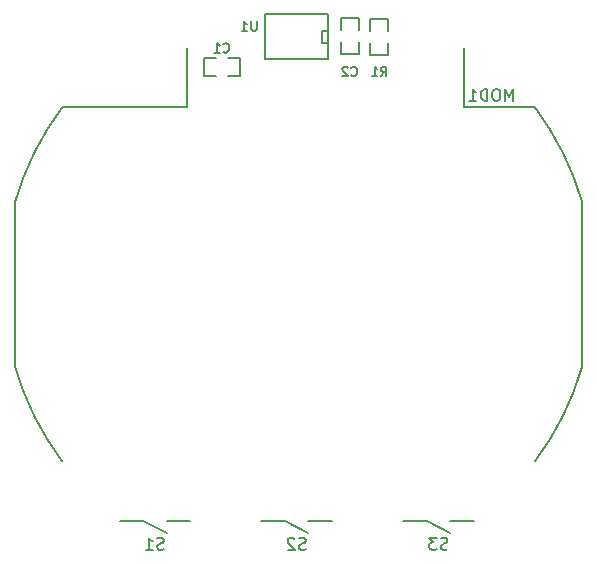
<source format=gbr>
G04 #@! TF.GenerationSoftware,KiCad,Pcbnew,5.0.2-bee76a0~70~ubuntu18.04.1*
G04 #@! TF.CreationDate,2019-03-05T21:04:07+01:00*
G04 #@! TF.ProjectId,roomthermostat,726f6f6d-7468-4657-926d-6f737461742e,B*
G04 #@! TF.SameCoordinates,Original*
G04 #@! TF.FileFunction,Legend,Bot*
G04 #@! TF.FilePolarity,Positive*
%FSLAX46Y46*%
G04 Gerber Fmt 4.6, Leading zero omitted, Abs format (unit mm)*
G04 Created by KiCad (PCBNEW 5.0.2-bee76a0~70~ubuntu18.04.1) date Di 05 Mär 2019 21:04:07 CET*
%MOMM*%
%LPD*%
G01*
G04 APERTURE LIST*
%ADD10C,0.150000*%
G04 APERTURE END LIST*
D10*
G04 #@! TO.C,MOD1*
X87590000Y-85350000D02*
X77090000Y-85350000D01*
X87590000Y-80350000D02*
X87590000Y-85350000D01*
X111090000Y-85350000D02*
X111090000Y-80350000D01*
X117090000Y-85350000D02*
X111090000Y-85350000D01*
X73075000Y-93360000D02*
X73075000Y-107360000D01*
X73076073Y-107363678D02*
G75*
G03X77075000Y-115360000I23998927J7003678D01*
G01*
X77078170Y-85355774D02*
G75*
G03X73075000Y-93360000I19996830J-15004226D01*
G01*
X121077034Y-93366979D02*
G75*
G03X117075000Y-85360000I-24002034J-6993021D01*
G01*
X117075794Y-115358942D02*
G75*
G03X121075000Y-107360000I-20000794J14998942D01*
G01*
X121075000Y-107360000D02*
X121075000Y-93360000D01*
G04 #@! TO.C,C1*
X91073000Y-82717000D02*
X92089000Y-82717000D01*
X92089000Y-82717000D02*
X92089000Y-81193000D01*
X92089000Y-81193000D02*
X91073000Y-81193000D01*
X90057000Y-81193000D02*
X89041000Y-81193000D01*
X89041000Y-81193000D02*
X89041000Y-82717000D01*
X89041000Y-82717000D02*
X90057000Y-82717000D01*
G04 #@! TO.C,C2*
X100653000Y-79878000D02*
X100653000Y-80894000D01*
X100653000Y-80894000D02*
X102177000Y-80894000D01*
X102177000Y-80894000D02*
X102177000Y-79878000D01*
X102177000Y-78862000D02*
X102177000Y-77846000D01*
X102177000Y-77846000D02*
X100653000Y-77846000D01*
X100653000Y-77846000D02*
X100653000Y-78862000D01*
G04 #@! TO.C,U1*
X99582000Y-81193000D02*
X99582000Y-81320000D01*
X99582000Y-81320000D02*
X94248000Y-81320000D01*
X94248000Y-77510000D02*
X99582000Y-77510000D01*
X99582000Y-77510000D02*
X99582000Y-81193000D01*
X99582000Y-78907000D02*
X99074000Y-78907000D01*
X99074000Y-78907000D02*
X99074000Y-79923000D01*
X99074000Y-79923000D02*
X99582000Y-79923000D01*
X94248000Y-77510000D02*
X94248000Y-81320000D01*
G04 #@! TO.C,R1*
X103153000Y-79925500D02*
X103153000Y-80941500D01*
X103153000Y-80941500D02*
X104677000Y-80941500D01*
X104677000Y-80941500D02*
X104677000Y-79925500D01*
X104677000Y-78909500D02*
X104677000Y-77893500D01*
X104677000Y-77893500D02*
X103153000Y-77893500D01*
X103153000Y-77893500D02*
X103153000Y-78909500D01*
G04 #@! TO.C,S1*
X81915000Y-120370000D02*
X83915000Y-120370000D01*
X87915000Y-120370000D02*
X85915000Y-120370000D01*
X83915000Y-120370000D02*
X85915000Y-121370000D01*
G04 #@! TO.C,S2*
X95915000Y-120370000D02*
X97915000Y-121370000D01*
X99915000Y-120370000D02*
X97915000Y-120370000D01*
X93915000Y-120370000D02*
X95915000Y-120370000D01*
G04 #@! TO.C,S3*
X105915000Y-120370000D02*
X107915000Y-120370000D01*
X111915000Y-120370000D02*
X109915000Y-120370000D01*
X107915000Y-120370000D02*
X109915000Y-121370000D01*
G04 #@! TO.C,MOD1*
X115248333Y-84822380D02*
X115248333Y-83822380D01*
X114915000Y-84536666D01*
X114581666Y-83822380D01*
X114581666Y-84822380D01*
X113915000Y-83822380D02*
X113724523Y-83822380D01*
X113629285Y-83870000D01*
X113534047Y-83965238D01*
X113486428Y-84155714D01*
X113486428Y-84489047D01*
X113534047Y-84679523D01*
X113629285Y-84774761D01*
X113724523Y-84822380D01*
X113915000Y-84822380D01*
X114010238Y-84774761D01*
X114105476Y-84679523D01*
X114153095Y-84489047D01*
X114153095Y-84155714D01*
X114105476Y-83965238D01*
X114010238Y-83870000D01*
X113915000Y-83822380D01*
X113057857Y-84822380D02*
X113057857Y-83822380D01*
X112819761Y-83822380D01*
X112676904Y-83870000D01*
X112581666Y-83965238D01*
X112534047Y-84060476D01*
X112486428Y-84250952D01*
X112486428Y-84393809D01*
X112534047Y-84584285D01*
X112581666Y-84679523D01*
X112676904Y-84774761D01*
X112819761Y-84822380D01*
X113057857Y-84822380D01*
X111534047Y-84822380D02*
X112105476Y-84822380D01*
X111819761Y-84822380D02*
X111819761Y-83822380D01*
X111915000Y-83965238D01*
X112010238Y-84060476D01*
X112105476Y-84108095D01*
G04 #@! TO.C,C1*
X90698333Y-80655714D02*
X90736428Y-80693809D01*
X90850714Y-80731904D01*
X90926904Y-80731904D01*
X91041190Y-80693809D01*
X91117380Y-80617619D01*
X91155476Y-80541428D01*
X91193571Y-80389047D01*
X91193571Y-80274761D01*
X91155476Y-80122380D01*
X91117380Y-80046190D01*
X91041190Y-79970000D01*
X90926904Y-79931904D01*
X90850714Y-79931904D01*
X90736428Y-79970000D01*
X90698333Y-80008095D01*
X89936428Y-80731904D02*
X90393571Y-80731904D01*
X90165000Y-80731904D02*
X90165000Y-79931904D01*
X90241190Y-80046190D01*
X90317380Y-80122380D01*
X90393571Y-80160476D01*
G04 #@! TO.C,C2*
X101548333Y-82650714D02*
X101586428Y-82688809D01*
X101700714Y-82726904D01*
X101776904Y-82726904D01*
X101891190Y-82688809D01*
X101967380Y-82612619D01*
X102005476Y-82536428D01*
X102043571Y-82384047D01*
X102043571Y-82269761D01*
X102005476Y-82117380D01*
X101967380Y-82041190D01*
X101891190Y-81965000D01*
X101776904Y-81926904D01*
X101700714Y-81926904D01*
X101586428Y-81965000D01*
X101548333Y-82003095D01*
X101243571Y-82003095D02*
X101205476Y-81965000D01*
X101129285Y-81926904D01*
X100938809Y-81926904D01*
X100862619Y-81965000D01*
X100824523Y-82003095D01*
X100786428Y-82079285D01*
X100786428Y-82155476D01*
X100824523Y-82269761D01*
X101281666Y-82726904D01*
X100786428Y-82726904D01*
G04 #@! TO.C,U1*
X93524523Y-78087904D02*
X93524523Y-78735523D01*
X93486428Y-78811714D01*
X93448333Y-78849809D01*
X93372142Y-78887904D01*
X93219761Y-78887904D01*
X93143571Y-78849809D01*
X93105476Y-78811714D01*
X93067380Y-78735523D01*
X93067380Y-78087904D01*
X92267380Y-78887904D02*
X92724523Y-78887904D01*
X92495952Y-78887904D02*
X92495952Y-78087904D01*
X92572142Y-78202190D01*
X92648333Y-78278380D01*
X92724523Y-78316476D01*
G04 #@! TO.C,R1*
X104048333Y-82731904D02*
X104315000Y-82350952D01*
X104505476Y-82731904D02*
X104505476Y-81931904D01*
X104200714Y-81931904D01*
X104124523Y-81970000D01*
X104086428Y-82008095D01*
X104048333Y-82084285D01*
X104048333Y-82198571D01*
X104086428Y-82274761D01*
X104124523Y-82312857D01*
X104200714Y-82350952D01*
X104505476Y-82350952D01*
X103286428Y-82731904D02*
X103743571Y-82731904D01*
X103515000Y-82731904D02*
X103515000Y-81931904D01*
X103591190Y-82046190D01*
X103667380Y-82122380D01*
X103743571Y-82160476D01*
G04 #@! TO.C,S1*
X85676904Y-122774761D02*
X85534047Y-122822380D01*
X85295952Y-122822380D01*
X85200714Y-122774761D01*
X85153095Y-122727142D01*
X85105476Y-122631904D01*
X85105476Y-122536666D01*
X85153095Y-122441428D01*
X85200714Y-122393809D01*
X85295952Y-122346190D01*
X85486428Y-122298571D01*
X85581666Y-122250952D01*
X85629285Y-122203333D01*
X85676904Y-122108095D01*
X85676904Y-122012857D01*
X85629285Y-121917619D01*
X85581666Y-121870000D01*
X85486428Y-121822380D01*
X85248333Y-121822380D01*
X85105476Y-121870000D01*
X84153095Y-122822380D02*
X84724523Y-122822380D01*
X84438809Y-122822380D02*
X84438809Y-121822380D01*
X84534047Y-121965238D01*
X84629285Y-122060476D01*
X84724523Y-122108095D01*
G04 #@! TO.C,S2*
X97676904Y-122774761D02*
X97534047Y-122822380D01*
X97295952Y-122822380D01*
X97200714Y-122774761D01*
X97153095Y-122727142D01*
X97105476Y-122631904D01*
X97105476Y-122536666D01*
X97153095Y-122441428D01*
X97200714Y-122393809D01*
X97295952Y-122346190D01*
X97486428Y-122298571D01*
X97581666Y-122250952D01*
X97629285Y-122203333D01*
X97676904Y-122108095D01*
X97676904Y-122012857D01*
X97629285Y-121917619D01*
X97581666Y-121870000D01*
X97486428Y-121822380D01*
X97248333Y-121822380D01*
X97105476Y-121870000D01*
X96724523Y-121917619D02*
X96676904Y-121870000D01*
X96581666Y-121822380D01*
X96343571Y-121822380D01*
X96248333Y-121870000D01*
X96200714Y-121917619D01*
X96153095Y-122012857D01*
X96153095Y-122108095D01*
X96200714Y-122250952D01*
X96772142Y-122822380D01*
X96153095Y-122822380D01*
G04 #@! TO.C,S3*
X109676904Y-122774761D02*
X109534047Y-122822380D01*
X109295952Y-122822380D01*
X109200714Y-122774761D01*
X109153095Y-122727142D01*
X109105476Y-122631904D01*
X109105476Y-122536666D01*
X109153095Y-122441428D01*
X109200714Y-122393809D01*
X109295952Y-122346190D01*
X109486428Y-122298571D01*
X109581666Y-122250952D01*
X109629285Y-122203333D01*
X109676904Y-122108095D01*
X109676904Y-122012857D01*
X109629285Y-121917619D01*
X109581666Y-121870000D01*
X109486428Y-121822380D01*
X109248333Y-121822380D01*
X109105476Y-121870000D01*
X108772142Y-121822380D02*
X108153095Y-121822380D01*
X108486428Y-122203333D01*
X108343571Y-122203333D01*
X108248333Y-122250952D01*
X108200714Y-122298571D01*
X108153095Y-122393809D01*
X108153095Y-122631904D01*
X108200714Y-122727142D01*
X108248333Y-122774761D01*
X108343571Y-122822380D01*
X108629285Y-122822380D01*
X108724523Y-122774761D01*
X108772142Y-122727142D01*
G04 #@! TD*
M02*

</source>
